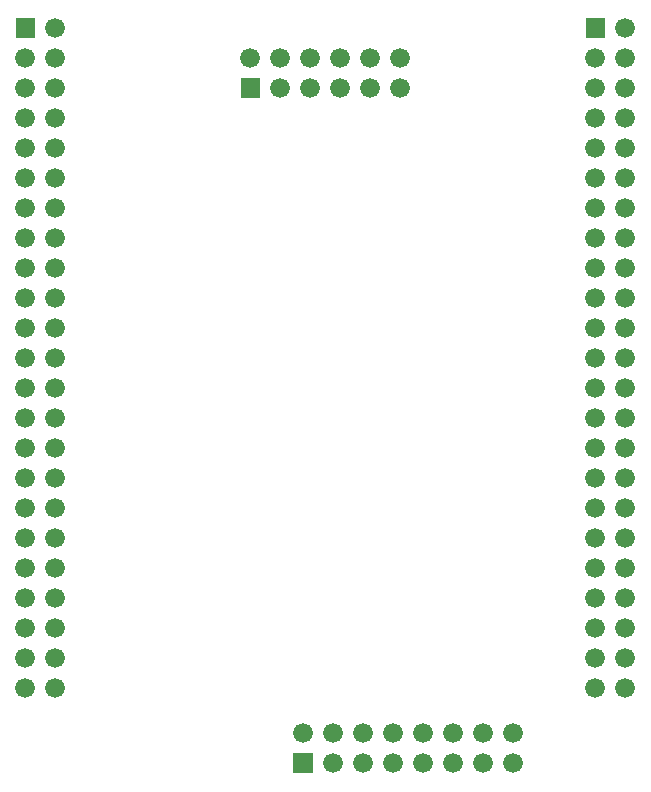
<source format=gbr>
G04 start of page 7 for group -4062 idx -4062 *
G04 Title: (unknown), soldermask *
G04 Creator: pcb 20140316 *
G04 CreationDate: Tue 10 Mar 2015 16:42:44 GMT UTC *
G04 For: db9052 *
G04 Format: Gerber/RS-274X *
G04 PCB-Dimensions (mil): 2150.00 2800.00 *
G04 PCB-Coordinate-Origin: lower left *
%MOIN*%
%FSLAX25Y25*%
%LNBOTTOMMASK*%
%ADD47C,0.0001*%
%ADD46C,0.0660*%
G54D46*X7500Y240000D03*
X17500D03*
X7500Y230000D03*
X17500D03*
X7500Y220000D03*
X17500D03*
X7500Y210000D03*
X17500D03*
X7500Y200000D03*
Y190000D03*
Y180000D03*
X17500Y200000D03*
Y190000D03*
Y180000D03*
X7500Y170000D03*
Y160000D03*
Y150000D03*
Y140000D03*
X17500Y170000D03*
Y160000D03*
Y150000D03*
Y140000D03*
X7500Y130000D03*
Y120000D03*
Y110000D03*
X17500Y130000D03*
Y120000D03*
Y110000D03*
Y100000D03*
Y90000D03*
Y80000D03*
X7500Y100000D03*
Y90000D03*
Y80000D03*
Y70000D03*
X17500D03*
X7500Y60000D03*
Y50000D03*
Y40000D03*
X17500Y60000D03*
Y50000D03*
Y40000D03*
X122500Y250000D03*
G54D47*G36*
X4200Y263300D02*Y256700D01*
X10800D01*
Y263300D01*
X4200D01*
G37*
G54D46*X17500Y260000D03*
X7500Y250000D03*
X17500D03*
G54D47*G36*
X194200Y263300D02*Y256700D01*
X200800D01*
Y263300D01*
X194200D01*
G37*
G54D46*X207500Y260000D03*
X197500Y250000D03*
X207500D03*
X102500Y240000D03*
Y250000D03*
X112500Y240000D03*
Y250000D03*
G54D47*G36*
X79200Y243300D02*Y236700D01*
X85800D01*
Y243300D01*
X79200D01*
G37*
G54D46*X82500Y250000D03*
X92500Y240000D03*
Y250000D03*
X122500Y240000D03*
X132500D03*
Y250000D03*
X197500Y240000D03*
X207500D03*
X197500Y230000D03*
X207500D03*
X197500Y220000D03*
X207500D03*
X197500Y210000D03*
X207500D03*
X197500Y200000D03*
X207500D03*
X197500Y190000D03*
Y180000D03*
Y170000D03*
X207500Y190000D03*
Y180000D03*
Y170000D03*
Y160000D03*
Y150000D03*
Y140000D03*
X197500Y160000D03*
Y150000D03*
Y140000D03*
Y130000D03*
X207500D03*
X197500Y120000D03*
Y110000D03*
Y100000D03*
X207500Y120000D03*
Y110000D03*
Y100000D03*
Y90000D03*
Y80000D03*
Y70000D03*
X197500Y90000D03*
Y80000D03*
Y70000D03*
Y60000D03*
X207500D03*
Y50000D03*
Y40000D03*
X197500Y50000D03*
Y40000D03*
G54D47*G36*
X96700Y18300D02*Y11700D01*
X103300D01*
Y18300D01*
X96700D01*
G37*
G54D46*X100000Y25000D03*
X110000Y15000D03*
Y25000D03*
X120000Y15000D03*
Y25000D03*
X130000Y15000D03*
Y25000D03*
X140000D03*
X150000D03*
X160000D03*
X170000D03*
X140000Y15000D03*
X150000D03*
X160000D03*
X170000D03*
M02*

</source>
